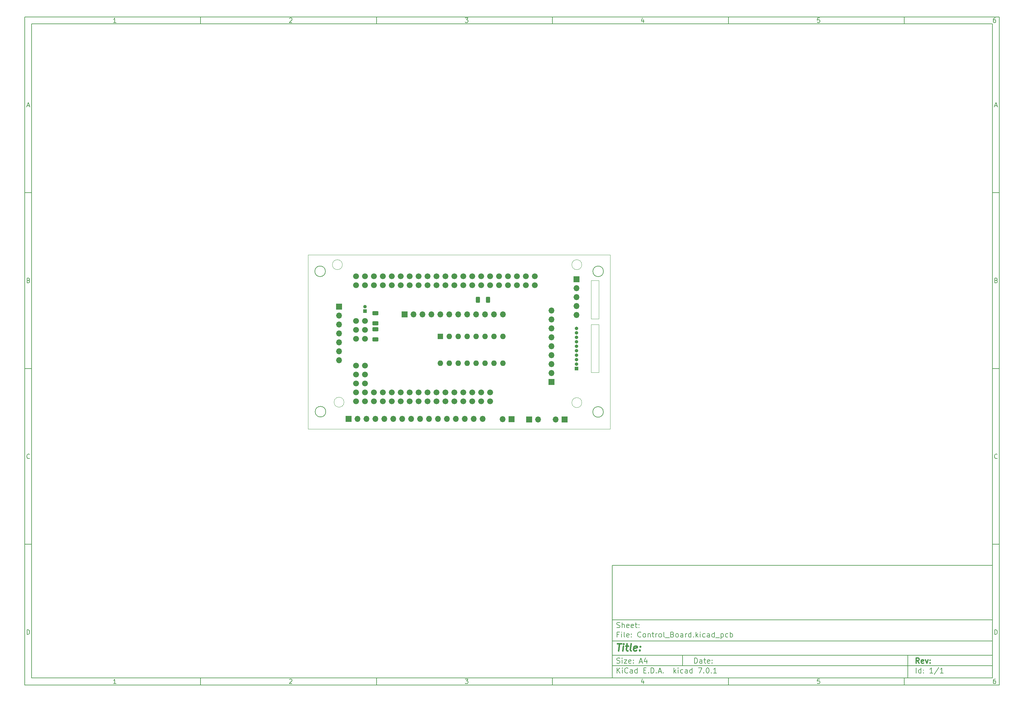
<source format=gbr>
%TF.GenerationSoftware,KiCad,Pcbnew,7.0.1*%
%TF.CreationDate,2023-11-03T16:51:15+00:00*%
%TF.ProjectId,Control_Board,436f6e74-726f-46c5-9f42-6f6172642e6b,rev?*%
%TF.SameCoordinates,Original*%
%TF.FileFunction,Soldermask,Top*%
%TF.FilePolarity,Negative*%
%FSLAX45Y45*%
G04 Gerber Fmt 4.5, Leading zero omitted, Abs format (unit mm)*
G04 Created by KiCad (PCBNEW 7.0.1) date 2023-11-03 16:51:15*
%MOMM*%
%LPD*%
G01*
G04 APERTURE LIST*
G04 Aperture macros list*
%AMRoundRect*
0 Rectangle with rounded corners*
0 $1 Rounding radius*
0 $2 $3 $4 $5 $6 $7 $8 $9 X,Y pos of 4 corners*
0 Add a 4 corners polygon primitive as box body*
4,1,4,$2,$3,$4,$5,$6,$7,$8,$9,$2,$3,0*
0 Add four circle primitives for the rounded corners*
1,1,$1+$1,$2,$3*
1,1,$1+$1,$4,$5*
1,1,$1+$1,$6,$7*
1,1,$1+$1,$8,$9*
0 Add four rect primitives between the rounded corners*
20,1,$1+$1,$2,$3,$4,$5,0*
20,1,$1+$1,$4,$5,$6,$7,0*
20,1,$1+$1,$6,$7,$8,$9,0*
20,1,$1+$1,$8,$9,$2,$3,0*%
G04 Aperture macros list end*
%ADD10C,0.100000*%
%ADD11C,0.150000*%
%ADD12C,0.300000*%
%ADD13C,0.400000*%
%ADD14RoundRect,0.250000X0.312500X0.625000X-0.312500X0.625000X-0.312500X-0.625000X0.312500X-0.625000X0*%
%ADD15RoundRect,0.250000X0.625000X-0.312500X0.625000X0.312500X-0.625000X0.312500X-0.625000X-0.312500X0*%
%ADD16R,1.700000X1.700000*%
%ADD17O,1.700000X1.700000*%
%ADD18R,1.000000X1.000000*%
%ADD19O,1.000000X1.000000*%
%ADD20C,1.676400*%
%ADD21R,1.600000X1.600000*%
%ADD22O,1.600000X1.600000*%
%TA.AperFunction,Profile*%
%ADD23C,0.200000*%
%TD*%
%TA.AperFunction,Profile*%
%ADD24C,0.100000*%
%TD*%
G04 APERTURE END LIST*
D10*
D11*
X17700220Y-16600720D02*
X28500220Y-16600720D01*
X28500220Y-19800720D01*
X17700220Y-19800720D01*
X17700220Y-16600720D01*
D10*
D11*
X1000000Y-1000000D02*
X28700220Y-1000000D01*
X28700220Y-20000720D01*
X1000000Y-20000720D01*
X1000000Y-1000000D01*
D10*
D11*
X1200000Y-1200000D02*
X28500220Y-1200000D01*
X28500220Y-19800720D01*
X1200000Y-19800720D01*
X1200000Y-1200000D01*
D10*
D11*
X6000000Y-1200000D02*
X6000000Y-1000000D01*
D10*
D11*
X11000000Y-1200000D02*
X11000000Y-1000000D01*
D10*
D11*
X16000000Y-1200000D02*
X16000000Y-1000000D01*
D10*
D11*
X21000000Y-1200000D02*
X21000000Y-1000000D01*
D10*
D11*
X26000000Y-1200000D02*
X26000000Y-1000000D01*
D10*
D11*
X3599048Y-1160140D02*
X3524762Y-1160140D01*
X3561905Y-1160140D02*
X3561905Y-1030140D01*
X3561905Y-1030140D02*
X3549524Y-1048712D01*
X3549524Y-1048712D02*
X3537143Y-1061093D01*
X3537143Y-1061093D02*
X3524762Y-1067283D01*
D10*
D11*
X8524762Y-1042521D02*
X8530952Y-1036331D01*
X8530952Y-1036331D02*
X8543333Y-1030140D01*
X8543333Y-1030140D02*
X8574286Y-1030140D01*
X8574286Y-1030140D02*
X8586667Y-1036331D01*
X8586667Y-1036331D02*
X8592857Y-1042521D01*
X8592857Y-1042521D02*
X8599048Y-1054902D01*
X8599048Y-1054902D02*
X8599048Y-1067283D01*
X8599048Y-1067283D02*
X8592857Y-1085855D01*
X8592857Y-1085855D02*
X8518571Y-1160140D01*
X8518571Y-1160140D02*
X8599048Y-1160140D01*
D10*
D11*
X13518571Y-1030140D02*
X13599048Y-1030140D01*
X13599048Y-1030140D02*
X13555714Y-1079664D01*
X13555714Y-1079664D02*
X13574286Y-1079664D01*
X13574286Y-1079664D02*
X13586667Y-1085855D01*
X13586667Y-1085855D02*
X13592857Y-1092045D01*
X13592857Y-1092045D02*
X13599048Y-1104426D01*
X13599048Y-1104426D02*
X13599048Y-1135379D01*
X13599048Y-1135379D02*
X13592857Y-1147760D01*
X13592857Y-1147760D02*
X13586667Y-1153950D01*
X13586667Y-1153950D02*
X13574286Y-1160140D01*
X13574286Y-1160140D02*
X13537143Y-1160140D01*
X13537143Y-1160140D02*
X13524762Y-1153950D01*
X13524762Y-1153950D02*
X13518571Y-1147760D01*
D10*
D11*
X18586667Y-1073474D02*
X18586667Y-1160140D01*
X18555714Y-1023950D02*
X18524762Y-1116807D01*
X18524762Y-1116807D02*
X18605238Y-1116807D01*
D10*
D11*
X23592857Y-1030140D02*
X23530952Y-1030140D01*
X23530952Y-1030140D02*
X23524762Y-1092045D01*
X23524762Y-1092045D02*
X23530952Y-1085855D01*
X23530952Y-1085855D02*
X23543333Y-1079664D01*
X23543333Y-1079664D02*
X23574286Y-1079664D01*
X23574286Y-1079664D02*
X23586667Y-1085855D01*
X23586667Y-1085855D02*
X23592857Y-1092045D01*
X23592857Y-1092045D02*
X23599048Y-1104426D01*
X23599048Y-1104426D02*
X23599048Y-1135379D01*
X23599048Y-1135379D02*
X23592857Y-1147760D01*
X23592857Y-1147760D02*
X23586667Y-1153950D01*
X23586667Y-1153950D02*
X23574286Y-1160140D01*
X23574286Y-1160140D02*
X23543333Y-1160140D01*
X23543333Y-1160140D02*
X23530952Y-1153950D01*
X23530952Y-1153950D02*
X23524762Y-1147760D01*
D10*
D11*
X28586667Y-1030140D02*
X28561905Y-1030140D01*
X28561905Y-1030140D02*
X28549524Y-1036331D01*
X28549524Y-1036331D02*
X28543333Y-1042521D01*
X28543333Y-1042521D02*
X28530952Y-1061093D01*
X28530952Y-1061093D02*
X28524762Y-1085855D01*
X28524762Y-1085855D02*
X28524762Y-1135379D01*
X28524762Y-1135379D02*
X28530952Y-1147760D01*
X28530952Y-1147760D02*
X28537143Y-1153950D01*
X28537143Y-1153950D02*
X28549524Y-1160140D01*
X28549524Y-1160140D02*
X28574286Y-1160140D01*
X28574286Y-1160140D02*
X28586667Y-1153950D01*
X28586667Y-1153950D02*
X28592857Y-1147760D01*
X28592857Y-1147760D02*
X28599048Y-1135379D01*
X28599048Y-1135379D02*
X28599048Y-1104426D01*
X28599048Y-1104426D02*
X28592857Y-1092045D01*
X28592857Y-1092045D02*
X28586667Y-1085855D01*
X28586667Y-1085855D02*
X28574286Y-1079664D01*
X28574286Y-1079664D02*
X28549524Y-1079664D01*
X28549524Y-1079664D02*
X28537143Y-1085855D01*
X28537143Y-1085855D02*
X28530952Y-1092045D01*
X28530952Y-1092045D02*
X28524762Y-1104426D01*
D10*
D11*
X6000000Y-19800720D02*
X6000000Y-20000720D01*
D10*
D11*
X11000000Y-19800720D02*
X11000000Y-20000720D01*
D10*
D11*
X16000000Y-19800720D02*
X16000000Y-20000720D01*
D10*
D11*
X21000000Y-19800720D02*
X21000000Y-20000720D01*
D10*
D11*
X26000000Y-19800720D02*
X26000000Y-20000720D01*
D10*
D11*
X3599048Y-19960860D02*
X3524762Y-19960860D01*
X3561905Y-19960860D02*
X3561905Y-19830860D01*
X3561905Y-19830860D02*
X3549524Y-19849432D01*
X3549524Y-19849432D02*
X3537143Y-19861813D01*
X3537143Y-19861813D02*
X3524762Y-19868003D01*
D10*
D11*
X8524762Y-19843241D02*
X8530952Y-19837051D01*
X8530952Y-19837051D02*
X8543333Y-19830860D01*
X8543333Y-19830860D02*
X8574286Y-19830860D01*
X8574286Y-19830860D02*
X8586667Y-19837051D01*
X8586667Y-19837051D02*
X8592857Y-19843241D01*
X8592857Y-19843241D02*
X8599048Y-19855622D01*
X8599048Y-19855622D02*
X8599048Y-19868003D01*
X8599048Y-19868003D02*
X8592857Y-19886575D01*
X8592857Y-19886575D02*
X8518571Y-19960860D01*
X8518571Y-19960860D02*
X8599048Y-19960860D01*
D10*
D11*
X13518571Y-19830860D02*
X13599048Y-19830860D01*
X13599048Y-19830860D02*
X13555714Y-19880384D01*
X13555714Y-19880384D02*
X13574286Y-19880384D01*
X13574286Y-19880384D02*
X13586667Y-19886575D01*
X13586667Y-19886575D02*
X13592857Y-19892765D01*
X13592857Y-19892765D02*
X13599048Y-19905146D01*
X13599048Y-19905146D02*
X13599048Y-19936099D01*
X13599048Y-19936099D02*
X13592857Y-19948480D01*
X13592857Y-19948480D02*
X13586667Y-19954670D01*
X13586667Y-19954670D02*
X13574286Y-19960860D01*
X13574286Y-19960860D02*
X13537143Y-19960860D01*
X13537143Y-19960860D02*
X13524762Y-19954670D01*
X13524762Y-19954670D02*
X13518571Y-19948480D01*
D10*
D11*
X18586667Y-19874194D02*
X18586667Y-19960860D01*
X18555714Y-19824670D02*
X18524762Y-19917527D01*
X18524762Y-19917527D02*
X18605238Y-19917527D01*
D10*
D11*
X23592857Y-19830860D02*
X23530952Y-19830860D01*
X23530952Y-19830860D02*
X23524762Y-19892765D01*
X23524762Y-19892765D02*
X23530952Y-19886575D01*
X23530952Y-19886575D02*
X23543333Y-19880384D01*
X23543333Y-19880384D02*
X23574286Y-19880384D01*
X23574286Y-19880384D02*
X23586667Y-19886575D01*
X23586667Y-19886575D02*
X23592857Y-19892765D01*
X23592857Y-19892765D02*
X23599048Y-19905146D01*
X23599048Y-19905146D02*
X23599048Y-19936099D01*
X23599048Y-19936099D02*
X23592857Y-19948480D01*
X23592857Y-19948480D02*
X23586667Y-19954670D01*
X23586667Y-19954670D02*
X23574286Y-19960860D01*
X23574286Y-19960860D02*
X23543333Y-19960860D01*
X23543333Y-19960860D02*
X23530952Y-19954670D01*
X23530952Y-19954670D02*
X23524762Y-19948480D01*
D10*
D11*
X28586667Y-19830860D02*
X28561905Y-19830860D01*
X28561905Y-19830860D02*
X28549524Y-19837051D01*
X28549524Y-19837051D02*
X28543333Y-19843241D01*
X28543333Y-19843241D02*
X28530952Y-19861813D01*
X28530952Y-19861813D02*
X28524762Y-19886575D01*
X28524762Y-19886575D02*
X28524762Y-19936099D01*
X28524762Y-19936099D02*
X28530952Y-19948480D01*
X28530952Y-19948480D02*
X28537143Y-19954670D01*
X28537143Y-19954670D02*
X28549524Y-19960860D01*
X28549524Y-19960860D02*
X28574286Y-19960860D01*
X28574286Y-19960860D02*
X28586667Y-19954670D01*
X28586667Y-19954670D02*
X28592857Y-19948480D01*
X28592857Y-19948480D02*
X28599048Y-19936099D01*
X28599048Y-19936099D02*
X28599048Y-19905146D01*
X28599048Y-19905146D02*
X28592857Y-19892765D01*
X28592857Y-19892765D02*
X28586667Y-19886575D01*
X28586667Y-19886575D02*
X28574286Y-19880384D01*
X28574286Y-19880384D02*
X28549524Y-19880384D01*
X28549524Y-19880384D02*
X28537143Y-19886575D01*
X28537143Y-19886575D02*
X28530952Y-19892765D01*
X28530952Y-19892765D02*
X28524762Y-19905146D01*
D10*
D11*
X1000000Y-6000000D02*
X1200000Y-6000000D01*
D10*
D11*
X1000000Y-11000000D02*
X1200000Y-11000000D01*
D10*
D11*
X1000000Y-16000000D02*
X1200000Y-16000000D01*
D10*
D11*
X1069048Y-3522998D02*
X1130952Y-3522998D01*
X1056667Y-3560140D02*
X1100000Y-3430140D01*
X1100000Y-3430140D02*
X1143333Y-3560140D01*
D10*
D11*
X1109286Y-8492045D02*
X1127857Y-8498236D01*
X1127857Y-8498236D02*
X1134048Y-8504426D01*
X1134048Y-8504426D02*
X1140238Y-8516807D01*
X1140238Y-8516807D02*
X1140238Y-8535379D01*
X1140238Y-8535379D02*
X1134048Y-8547760D01*
X1134048Y-8547760D02*
X1127857Y-8553950D01*
X1127857Y-8553950D02*
X1115476Y-8560140D01*
X1115476Y-8560140D02*
X1065952Y-8560140D01*
X1065952Y-8560140D02*
X1065952Y-8430140D01*
X1065952Y-8430140D02*
X1109286Y-8430140D01*
X1109286Y-8430140D02*
X1121667Y-8436331D01*
X1121667Y-8436331D02*
X1127857Y-8442521D01*
X1127857Y-8442521D02*
X1134048Y-8454902D01*
X1134048Y-8454902D02*
X1134048Y-8467283D01*
X1134048Y-8467283D02*
X1127857Y-8479664D01*
X1127857Y-8479664D02*
X1121667Y-8485855D01*
X1121667Y-8485855D02*
X1109286Y-8492045D01*
X1109286Y-8492045D02*
X1065952Y-8492045D01*
D10*
D11*
X1140238Y-13547759D02*
X1134048Y-13553950D01*
X1134048Y-13553950D02*
X1115476Y-13560140D01*
X1115476Y-13560140D02*
X1103095Y-13560140D01*
X1103095Y-13560140D02*
X1084524Y-13553950D01*
X1084524Y-13553950D02*
X1072143Y-13541569D01*
X1072143Y-13541569D02*
X1065952Y-13529188D01*
X1065952Y-13529188D02*
X1059762Y-13504426D01*
X1059762Y-13504426D02*
X1059762Y-13485855D01*
X1059762Y-13485855D02*
X1065952Y-13461093D01*
X1065952Y-13461093D02*
X1072143Y-13448712D01*
X1072143Y-13448712D02*
X1084524Y-13436331D01*
X1084524Y-13436331D02*
X1103095Y-13430140D01*
X1103095Y-13430140D02*
X1115476Y-13430140D01*
X1115476Y-13430140D02*
X1134048Y-13436331D01*
X1134048Y-13436331D02*
X1140238Y-13442521D01*
D10*
D11*
X1065952Y-18560140D02*
X1065952Y-18430140D01*
X1065952Y-18430140D02*
X1096905Y-18430140D01*
X1096905Y-18430140D02*
X1115476Y-18436331D01*
X1115476Y-18436331D02*
X1127857Y-18448712D01*
X1127857Y-18448712D02*
X1134048Y-18461093D01*
X1134048Y-18461093D02*
X1140238Y-18485855D01*
X1140238Y-18485855D02*
X1140238Y-18504426D01*
X1140238Y-18504426D02*
X1134048Y-18529188D01*
X1134048Y-18529188D02*
X1127857Y-18541569D01*
X1127857Y-18541569D02*
X1115476Y-18553950D01*
X1115476Y-18553950D02*
X1096905Y-18560140D01*
X1096905Y-18560140D02*
X1065952Y-18560140D01*
D10*
D11*
X28700220Y-6000000D02*
X28500220Y-6000000D01*
D10*
D11*
X28700220Y-11000000D02*
X28500220Y-11000000D01*
D10*
D11*
X28700220Y-16000000D02*
X28500220Y-16000000D01*
D10*
D11*
X28569268Y-3522998D02*
X28631172Y-3522998D01*
X28556887Y-3560140D02*
X28600220Y-3430140D01*
X28600220Y-3430140D02*
X28643553Y-3560140D01*
D10*
D11*
X28609506Y-8492045D02*
X28628077Y-8498236D01*
X28628077Y-8498236D02*
X28634268Y-8504426D01*
X28634268Y-8504426D02*
X28640458Y-8516807D01*
X28640458Y-8516807D02*
X28640458Y-8535379D01*
X28640458Y-8535379D02*
X28634268Y-8547760D01*
X28634268Y-8547760D02*
X28628077Y-8553950D01*
X28628077Y-8553950D02*
X28615696Y-8560140D01*
X28615696Y-8560140D02*
X28566172Y-8560140D01*
X28566172Y-8560140D02*
X28566172Y-8430140D01*
X28566172Y-8430140D02*
X28609506Y-8430140D01*
X28609506Y-8430140D02*
X28621887Y-8436331D01*
X28621887Y-8436331D02*
X28628077Y-8442521D01*
X28628077Y-8442521D02*
X28634268Y-8454902D01*
X28634268Y-8454902D02*
X28634268Y-8467283D01*
X28634268Y-8467283D02*
X28628077Y-8479664D01*
X28628077Y-8479664D02*
X28621887Y-8485855D01*
X28621887Y-8485855D02*
X28609506Y-8492045D01*
X28609506Y-8492045D02*
X28566172Y-8492045D01*
D10*
D11*
X28640458Y-13547759D02*
X28634268Y-13553950D01*
X28634268Y-13553950D02*
X28615696Y-13560140D01*
X28615696Y-13560140D02*
X28603315Y-13560140D01*
X28603315Y-13560140D02*
X28584744Y-13553950D01*
X28584744Y-13553950D02*
X28572363Y-13541569D01*
X28572363Y-13541569D02*
X28566172Y-13529188D01*
X28566172Y-13529188D02*
X28559982Y-13504426D01*
X28559982Y-13504426D02*
X28559982Y-13485855D01*
X28559982Y-13485855D02*
X28566172Y-13461093D01*
X28566172Y-13461093D02*
X28572363Y-13448712D01*
X28572363Y-13448712D02*
X28584744Y-13436331D01*
X28584744Y-13436331D02*
X28603315Y-13430140D01*
X28603315Y-13430140D02*
X28615696Y-13430140D01*
X28615696Y-13430140D02*
X28634268Y-13436331D01*
X28634268Y-13436331D02*
X28640458Y-13442521D01*
D10*
D11*
X28566172Y-18560140D02*
X28566172Y-18430140D01*
X28566172Y-18430140D02*
X28597125Y-18430140D01*
X28597125Y-18430140D02*
X28615696Y-18436331D01*
X28615696Y-18436331D02*
X28628077Y-18448712D01*
X28628077Y-18448712D02*
X28634268Y-18461093D01*
X28634268Y-18461093D02*
X28640458Y-18485855D01*
X28640458Y-18485855D02*
X28640458Y-18504426D01*
X28640458Y-18504426D02*
X28634268Y-18529188D01*
X28634268Y-18529188D02*
X28628077Y-18541569D01*
X28628077Y-18541569D02*
X28615696Y-18553950D01*
X28615696Y-18553950D02*
X28597125Y-18560140D01*
X28597125Y-18560140D02*
X28566172Y-18560140D01*
D10*
D11*
X20035934Y-19380113D02*
X20035934Y-19230113D01*
X20035934Y-19230113D02*
X20071649Y-19230113D01*
X20071649Y-19230113D02*
X20093077Y-19237256D01*
X20093077Y-19237256D02*
X20107363Y-19251541D01*
X20107363Y-19251541D02*
X20114506Y-19265827D01*
X20114506Y-19265827D02*
X20121649Y-19294399D01*
X20121649Y-19294399D02*
X20121649Y-19315827D01*
X20121649Y-19315827D02*
X20114506Y-19344399D01*
X20114506Y-19344399D02*
X20107363Y-19358684D01*
X20107363Y-19358684D02*
X20093077Y-19372970D01*
X20093077Y-19372970D02*
X20071649Y-19380113D01*
X20071649Y-19380113D02*
X20035934Y-19380113D01*
X20250220Y-19380113D02*
X20250220Y-19301541D01*
X20250220Y-19301541D02*
X20243077Y-19287256D01*
X20243077Y-19287256D02*
X20228791Y-19280113D01*
X20228791Y-19280113D02*
X20200220Y-19280113D01*
X20200220Y-19280113D02*
X20185934Y-19287256D01*
X20250220Y-19372970D02*
X20235934Y-19380113D01*
X20235934Y-19380113D02*
X20200220Y-19380113D01*
X20200220Y-19380113D02*
X20185934Y-19372970D01*
X20185934Y-19372970D02*
X20178791Y-19358684D01*
X20178791Y-19358684D02*
X20178791Y-19344399D01*
X20178791Y-19344399D02*
X20185934Y-19330113D01*
X20185934Y-19330113D02*
X20200220Y-19322970D01*
X20200220Y-19322970D02*
X20235934Y-19322970D01*
X20235934Y-19322970D02*
X20250220Y-19315827D01*
X20300220Y-19280113D02*
X20357363Y-19280113D01*
X20321649Y-19230113D02*
X20321649Y-19358684D01*
X20321649Y-19358684D02*
X20328791Y-19372970D01*
X20328791Y-19372970D02*
X20343077Y-19380113D01*
X20343077Y-19380113D02*
X20357363Y-19380113D01*
X20464506Y-19372970D02*
X20450220Y-19380113D01*
X20450220Y-19380113D02*
X20421649Y-19380113D01*
X20421649Y-19380113D02*
X20407363Y-19372970D01*
X20407363Y-19372970D02*
X20400220Y-19358684D01*
X20400220Y-19358684D02*
X20400220Y-19301541D01*
X20400220Y-19301541D02*
X20407363Y-19287256D01*
X20407363Y-19287256D02*
X20421649Y-19280113D01*
X20421649Y-19280113D02*
X20450220Y-19280113D01*
X20450220Y-19280113D02*
X20464506Y-19287256D01*
X20464506Y-19287256D02*
X20471649Y-19301541D01*
X20471649Y-19301541D02*
X20471649Y-19315827D01*
X20471649Y-19315827D02*
X20400220Y-19330113D01*
X20535934Y-19365827D02*
X20543077Y-19372970D01*
X20543077Y-19372970D02*
X20535934Y-19380113D01*
X20535934Y-19380113D02*
X20528791Y-19372970D01*
X20528791Y-19372970D02*
X20535934Y-19365827D01*
X20535934Y-19365827D02*
X20535934Y-19380113D01*
X20535934Y-19287256D02*
X20543077Y-19294399D01*
X20543077Y-19294399D02*
X20535934Y-19301541D01*
X20535934Y-19301541D02*
X20528791Y-19294399D01*
X20528791Y-19294399D02*
X20535934Y-19287256D01*
X20535934Y-19287256D02*
X20535934Y-19301541D01*
D10*
D11*
X17700220Y-19450720D02*
X28500220Y-19450720D01*
D10*
D11*
X17835934Y-19660113D02*
X17835934Y-19510113D01*
X17921649Y-19660113D02*
X17857363Y-19574399D01*
X17921649Y-19510113D02*
X17835934Y-19595827D01*
X17985934Y-19660113D02*
X17985934Y-19560113D01*
X17985934Y-19510113D02*
X17978791Y-19517256D01*
X17978791Y-19517256D02*
X17985934Y-19524399D01*
X17985934Y-19524399D02*
X17993077Y-19517256D01*
X17993077Y-19517256D02*
X17985934Y-19510113D01*
X17985934Y-19510113D02*
X17985934Y-19524399D01*
X18143077Y-19645827D02*
X18135934Y-19652970D01*
X18135934Y-19652970D02*
X18114506Y-19660113D01*
X18114506Y-19660113D02*
X18100220Y-19660113D01*
X18100220Y-19660113D02*
X18078791Y-19652970D01*
X18078791Y-19652970D02*
X18064506Y-19638684D01*
X18064506Y-19638684D02*
X18057363Y-19624399D01*
X18057363Y-19624399D02*
X18050220Y-19595827D01*
X18050220Y-19595827D02*
X18050220Y-19574399D01*
X18050220Y-19574399D02*
X18057363Y-19545827D01*
X18057363Y-19545827D02*
X18064506Y-19531541D01*
X18064506Y-19531541D02*
X18078791Y-19517256D01*
X18078791Y-19517256D02*
X18100220Y-19510113D01*
X18100220Y-19510113D02*
X18114506Y-19510113D01*
X18114506Y-19510113D02*
X18135934Y-19517256D01*
X18135934Y-19517256D02*
X18143077Y-19524399D01*
X18271649Y-19660113D02*
X18271649Y-19581541D01*
X18271649Y-19581541D02*
X18264506Y-19567256D01*
X18264506Y-19567256D02*
X18250220Y-19560113D01*
X18250220Y-19560113D02*
X18221649Y-19560113D01*
X18221649Y-19560113D02*
X18207363Y-19567256D01*
X18271649Y-19652970D02*
X18257363Y-19660113D01*
X18257363Y-19660113D02*
X18221649Y-19660113D01*
X18221649Y-19660113D02*
X18207363Y-19652970D01*
X18207363Y-19652970D02*
X18200220Y-19638684D01*
X18200220Y-19638684D02*
X18200220Y-19624399D01*
X18200220Y-19624399D02*
X18207363Y-19610113D01*
X18207363Y-19610113D02*
X18221649Y-19602970D01*
X18221649Y-19602970D02*
X18257363Y-19602970D01*
X18257363Y-19602970D02*
X18271649Y-19595827D01*
X18407363Y-19660113D02*
X18407363Y-19510113D01*
X18407363Y-19652970D02*
X18393077Y-19660113D01*
X18393077Y-19660113D02*
X18364506Y-19660113D01*
X18364506Y-19660113D02*
X18350220Y-19652970D01*
X18350220Y-19652970D02*
X18343077Y-19645827D01*
X18343077Y-19645827D02*
X18335934Y-19631541D01*
X18335934Y-19631541D02*
X18335934Y-19588684D01*
X18335934Y-19588684D02*
X18343077Y-19574399D01*
X18343077Y-19574399D02*
X18350220Y-19567256D01*
X18350220Y-19567256D02*
X18364506Y-19560113D01*
X18364506Y-19560113D02*
X18393077Y-19560113D01*
X18393077Y-19560113D02*
X18407363Y-19567256D01*
X18593077Y-19581541D02*
X18643077Y-19581541D01*
X18664506Y-19660113D02*
X18593077Y-19660113D01*
X18593077Y-19660113D02*
X18593077Y-19510113D01*
X18593077Y-19510113D02*
X18664506Y-19510113D01*
X18728791Y-19645827D02*
X18735934Y-19652970D01*
X18735934Y-19652970D02*
X18728791Y-19660113D01*
X18728791Y-19660113D02*
X18721649Y-19652970D01*
X18721649Y-19652970D02*
X18728791Y-19645827D01*
X18728791Y-19645827D02*
X18728791Y-19660113D01*
X18800220Y-19660113D02*
X18800220Y-19510113D01*
X18800220Y-19510113D02*
X18835934Y-19510113D01*
X18835934Y-19510113D02*
X18857363Y-19517256D01*
X18857363Y-19517256D02*
X18871649Y-19531541D01*
X18871649Y-19531541D02*
X18878792Y-19545827D01*
X18878792Y-19545827D02*
X18885934Y-19574399D01*
X18885934Y-19574399D02*
X18885934Y-19595827D01*
X18885934Y-19595827D02*
X18878792Y-19624399D01*
X18878792Y-19624399D02*
X18871649Y-19638684D01*
X18871649Y-19638684D02*
X18857363Y-19652970D01*
X18857363Y-19652970D02*
X18835934Y-19660113D01*
X18835934Y-19660113D02*
X18800220Y-19660113D01*
X18950220Y-19645827D02*
X18957363Y-19652970D01*
X18957363Y-19652970D02*
X18950220Y-19660113D01*
X18950220Y-19660113D02*
X18943077Y-19652970D01*
X18943077Y-19652970D02*
X18950220Y-19645827D01*
X18950220Y-19645827D02*
X18950220Y-19660113D01*
X19014506Y-19617256D02*
X19085934Y-19617256D01*
X19000220Y-19660113D02*
X19050220Y-19510113D01*
X19050220Y-19510113D02*
X19100220Y-19660113D01*
X19150220Y-19645827D02*
X19157363Y-19652970D01*
X19157363Y-19652970D02*
X19150220Y-19660113D01*
X19150220Y-19660113D02*
X19143077Y-19652970D01*
X19143077Y-19652970D02*
X19150220Y-19645827D01*
X19150220Y-19645827D02*
X19150220Y-19660113D01*
X19450220Y-19660113D02*
X19450220Y-19510113D01*
X19464506Y-19602970D02*
X19507363Y-19660113D01*
X19507363Y-19560113D02*
X19450220Y-19617256D01*
X19571649Y-19660113D02*
X19571649Y-19560113D01*
X19571649Y-19510113D02*
X19564506Y-19517256D01*
X19564506Y-19517256D02*
X19571649Y-19524399D01*
X19571649Y-19524399D02*
X19578792Y-19517256D01*
X19578792Y-19517256D02*
X19571649Y-19510113D01*
X19571649Y-19510113D02*
X19571649Y-19524399D01*
X19707363Y-19652970D02*
X19693077Y-19660113D01*
X19693077Y-19660113D02*
X19664506Y-19660113D01*
X19664506Y-19660113D02*
X19650220Y-19652970D01*
X19650220Y-19652970D02*
X19643077Y-19645827D01*
X19643077Y-19645827D02*
X19635934Y-19631541D01*
X19635934Y-19631541D02*
X19635934Y-19588684D01*
X19635934Y-19588684D02*
X19643077Y-19574399D01*
X19643077Y-19574399D02*
X19650220Y-19567256D01*
X19650220Y-19567256D02*
X19664506Y-19560113D01*
X19664506Y-19560113D02*
X19693077Y-19560113D01*
X19693077Y-19560113D02*
X19707363Y-19567256D01*
X19835934Y-19660113D02*
X19835934Y-19581541D01*
X19835934Y-19581541D02*
X19828792Y-19567256D01*
X19828792Y-19567256D02*
X19814506Y-19560113D01*
X19814506Y-19560113D02*
X19785934Y-19560113D01*
X19785934Y-19560113D02*
X19771649Y-19567256D01*
X19835934Y-19652970D02*
X19821649Y-19660113D01*
X19821649Y-19660113D02*
X19785934Y-19660113D01*
X19785934Y-19660113D02*
X19771649Y-19652970D01*
X19771649Y-19652970D02*
X19764506Y-19638684D01*
X19764506Y-19638684D02*
X19764506Y-19624399D01*
X19764506Y-19624399D02*
X19771649Y-19610113D01*
X19771649Y-19610113D02*
X19785934Y-19602970D01*
X19785934Y-19602970D02*
X19821649Y-19602970D01*
X19821649Y-19602970D02*
X19835934Y-19595827D01*
X19971649Y-19660113D02*
X19971649Y-19510113D01*
X19971649Y-19652970D02*
X19957363Y-19660113D01*
X19957363Y-19660113D02*
X19928792Y-19660113D01*
X19928792Y-19660113D02*
X19914506Y-19652970D01*
X19914506Y-19652970D02*
X19907363Y-19645827D01*
X19907363Y-19645827D02*
X19900220Y-19631541D01*
X19900220Y-19631541D02*
X19900220Y-19588684D01*
X19900220Y-19588684D02*
X19907363Y-19574399D01*
X19907363Y-19574399D02*
X19914506Y-19567256D01*
X19914506Y-19567256D02*
X19928792Y-19560113D01*
X19928792Y-19560113D02*
X19957363Y-19560113D01*
X19957363Y-19560113D02*
X19971649Y-19567256D01*
X20143077Y-19510113D02*
X20243077Y-19510113D01*
X20243077Y-19510113D02*
X20178792Y-19660113D01*
X20300220Y-19645827D02*
X20307363Y-19652970D01*
X20307363Y-19652970D02*
X20300220Y-19660113D01*
X20300220Y-19660113D02*
X20293077Y-19652970D01*
X20293077Y-19652970D02*
X20300220Y-19645827D01*
X20300220Y-19645827D02*
X20300220Y-19660113D01*
X20400220Y-19510113D02*
X20414506Y-19510113D01*
X20414506Y-19510113D02*
X20428792Y-19517256D01*
X20428792Y-19517256D02*
X20435934Y-19524399D01*
X20435934Y-19524399D02*
X20443077Y-19538684D01*
X20443077Y-19538684D02*
X20450220Y-19567256D01*
X20450220Y-19567256D02*
X20450220Y-19602970D01*
X20450220Y-19602970D02*
X20443077Y-19631541D01*
X20443077Y-19631541D02*
X20435934Y-19645827D01*
X20435934Y-19645827D02*
X20428792Y-19652970D01*
X20428792Y-19652970D02*
X20414506Y-19660113D01*
X20414506Y-19660113D02*
X20400220Y-19660113D01*
X20400220Y-19660113D02*
X20385934Y-19652970D01*
X20385934Y-19652970D02*
X20378792Y-19645827D01*
X20378792Y-19645827D02*
X20371649Y-19631541D01*
X20371649Y-19631541D02*
X20364506Y-19602970D01*
X20364506Y-19602970D02*
X20364506Y-19567256D01*
X20364506Y-19567256D02*
X20371649Y-19538684D01*
X20371649Y-19538684D02*
X20378792Y-19524399D01*
X20378792Y-19524399D02*
X20385934Y-19517256D01*
X20385934Y-19517256D02*
X20400220Y-19510113D01*
X20514506Y-19645827D02*
X20521649Y-19652970D01*
X20521649Y-19652970D02*
X20514506Y-19660113D01*
X20514506Y-19660113D02*
X20507363Y-19652970D01*
X20507363Y-19652970D02*
X20514506Y-19645827D01*
X20514506Y-19645827D02*
X20514506Y-19660113D01*
X20664506Y-19660113D02*
X20578792Y-19660113D01*
X20621649Y-19660113D02*
X20621649Y-19510113D01*
X20621649Y-19510113D02*
X20607363Y-19531541D01*
X20607363Y-19531541D02*
X20593077Y-19545827D01*
X20593077Y-19545827D02*
X20578792Y-19552970D01*
D10*
D11*
X17700220Y-19150720D02*
X28500220Y-19150720D01*
D10*
D12*
X26421648Y-19380113D02*
X26371648Y-19308684D01*
X26335934Y-19380113D02*
X26335934Y-19230113D01*
X26335934Y-19230113D02*
X26393077Y-19230113D01*
X26393077Y-19230113D02*
X26407363Y-19237256D01*
X26407363Y-19237256D02*
X26414506Y-19244399D01*
X26414506Y-19244399D02*
X26421648Y-19258684D01*
X26421648Y-19258684D02*
X26421648Y-19280113D01*
X26421648Y-19280113D02*
X26414506Y-19294399D01*
X26414506Y-19294399D02*
X26407363Y-19301541D01*
X26407363Y-19301541D02*
X26393077Y-19308684D01*
X26393077Y-19308684D02*
X26335934Y-19308684D01*
X26543077Y-19372970D02*
X26528791Y-19380113D01*
X26528791Y-19380113D02*
X26500220Y-19380113D01*
X26500220Y-19380113D02*
X26485934Y-19372970D01*
X26485934Y-19372970D02*
X26478791Y-19358684D01*
X26478791Y-19358684D02*
X26478791Y-19301541D01*
X26478791Y-19301541D02*
X26485934Y-19287256D01*
X26485934Y-19287256D02*
X26500220Y-19280113D01*
X26500220Y-19280113D02*
X26528791Y-19280113D01*
X26528791Y-19280113D02*
X26543077Y-19287256D01*
X26543077Y-19287256D02*
X26550220Y-19301541D01*
X26550220Y-19301541D02*
X26550220Y-19315827D01*
X26550220Y-19315827D02*
X26478791Y-19330113D01*
X26600220Y-19280113D02*
X26635934Y-19380113D01*
X26635934Y-19380113D02*
X26671648Y-19280113D01*
X26728791Y-19365827D02*
X26735934Y-19372970D01*
X26735934Y-19372970D02*
X26728791Y-19380113D01*
X26728791Y-19380113D02*
X26721648Y-19372970D01*
X26721648Y-19372970D02*
X26728791Y-19365827D01*
X26728791Y-19365827D02*
X26728791Y-19380113D01*
X26728791Y-19287256D02*
X26735934Y-19294399D01*
X26735934Y-19294399D02*
X26728791Y-19301541D01*
X26728791Y-19301541D02*
X26721648Y-19294399D01*
X26721648Y-19294399D02*
X26728791Y-19287256D01*
X26728791Y-19287256D02*
X26728791Y-19301541D01*
D10*
D11*
X17828791Y-19372970D02*
X17850220Y-19380113D01*
X17850220Y-19380113D02*
X17885934Y-19380113D01*
X17885934Y-19380113D02*
X17900220Y-19372970D01*
X17900220Y-19372970D02*
X17907363Y-19365827D01*
X17907363Y-19365827D02*
X17914506Y-19351541D01*
X17914506Y-19351541D02*
X17914506Y-19337256D01*
X17914506Y-19337256D02*
X17907363Y-19322970D01*
X17907363Y-19322970D02*
X17900220Y-19315827D01*
X17900220Y-19315827D02*
X17885934Y-19308684D01*
X17885934Y-19308684D02*
X17857363Y-19301541D01*
X17857363Y-19301541D02*
X17843077Y-19294399D01*
X17843077Y-19294399D02*
X17835934Y-19287256D01*
X17835934Y-19287256D02*
X17828791Y-19272970D01*
X17828791Y-19272970D02*
X17828791Y-19258684D01*
X17828791Y-19258684D02*
X17835934Y-19244399D01*
X17835934Y-19244399D02*
X17843077Y-19237256D01*
X17843077Y-19237256D02*
X17857363Y-19230113D01*
X17857363Y-19230113D02*
X17893077Y-19230113D01*
X17893077Y-19230113D02*
X17914506Y-19237256D01*
X17978791Y-19380113D02*
X17978791Y-19280113D01*
X17978791Y-19230113D02*
X17971649Y-19237256D01*
X17971649Y-19237256D02*
X17978791Y-19244399D01*
X17978791Y-19244399D02*
X17985934Y-19237256D01*
X17985934Y-19237256D02*
X17978791Y-19230113D01*
X17978791Y-19230113D02*
X17978791Y-19244399D01*
X18035934Y-19280113D02*
X18114506Y-19280113D01*
X18114506Y-19280113D02*
X18035934Y-19380113D01*
X18035934Y-19380113D02*
X18114506Y-19380113D01*
X18228791Y-19372970D02*
X18214506Y-19380113D01*
X18214506Y-19380113D02*
X18185934Y-19380113D01*
X18185934Y-19380113D02*
X18171649Y-19372970D01*
X18171649Y-19372970D02*
X18164506Y-19358684D01*
X18164506Y-19358684D02*
X18164506Y-19301541D01*
X18164506Y-19301541D02*
X18171649Y-19287256D01*
X18171649Y-19287256D02*
X18185934Y-19280113D01*
X18185934Y-19280113D02*
X18214506Y-19280113D01*
X18214506Y-19280113D02*
X18228791Y-19287256D01*
X18228791Y-19287256D02*
X18235934Y-19301541D01*
X18235934Y-19301541D02*
X18235934Y-19315827D01*
X18235934Y-19315827D02*
X18164506Y-19330113D01*
X18300220Y-19365827D02*
X18307363Y-19372970D01*
X18307363Y-19372970D02*
X18300220Y-19380113D01*
X18300220Y-19380113D02*
X18293077Y-19372970D01*
X18293077Y-19372970D02*
X18300220Y-19365827D01*
X18300220Y-19365827D02*
X18300220Y-19380113D01*
X18300220Y-19287256D02*
X18307363Y-19294399D01*
X18307363Y-19294399D02*
X18300220Y-19301541D01*
X18300220Y-19301541D02*
X18293077Y-19294399D01*
X18293077Y-19294399D02*
X18300220Y-19287256D01*
X18300220Y-19287256D02*
X18300220Y-19301541D01*
X18478791Y-19337256D02*
X18550220Y-19337256D01*
X18464506Y-19380113D02*
X18514506Y-19230113D01*
X18514506Y-19230113D02*
X18564506Y-19380113D01*
X18678791Y-19280113D02*
X18678791Y-19380113D01*
X18643077Y-19222970D02*
X18607363Y-19330113D01*
X18607363Y-19330113D02*
X18700220Y-19330113D01*
D10*
D11*
X26335934Y-19660113D02*
X26335934Y-19510113D01*
X26471649Y-19660113D02*
X26471649Y-19510113D01*
X26471649Y-19652970D02*
X26457363Y-19660113D01*
X26457363Y-19660113D02*
X26428791Y-19660113D01*
X26428791Y-19660113D02*
X26414506Y-19652970D01*
X26414506Y-19652970D02*
X26407363Y-19645827D01*
X26407363Y-19645827D02*
X26400220Y-19631541D01*
X26400220Y-19631541D02*
X26400220Y-19588684D01*
X26400220Y-19588684D02*
X26407363Y-19574399D01*
X26407363Y-19574399D02*
X26414506Y-19567256D01*
X26414506Y-19567256D02*
X26428791Y-19560113D01*
X26428791Y-19560113D02*
X26457363Y-19560113D01*
X26457363Y-19560113D02*
X26471649Y-19567256D01*
X26543077Y-19645827D02*
X26550220Y-19652970D01*
X26550220Y-19652970D02*
X26543077Y-19660113D01*
X26543077Y-19660113D02*
X26535934Y-19652970D01*
X26535934Y-19652970D02*
X26543077Y-19645827D01*
X26543077Y-19645827D02*
X26543077Y-19660113D01*
X26543077Y-19567256D02*
X26550220Y-19574399D01*
X26550220Y-19574399D02*
X26543077Y-19581541D01*
X26543077Y-19581541D02*
X26535934Y-19574399D01*
X26535934Y-19574399D02*
X26543077Y-19567256D01*
X26543077Y-19567256D02*
X26543077Y-19581541D01*
X26807363Y-19660113D02*
X26721649Y-19660113D01*
X26764506Y-19660113D02*
X26764506Y-19510113D01*
X26764506Y-19510113D02*
X26750220Y-19531541D01*
X26750220Y-19531541D02*
X26735934Y-19545827D01*
X26735934Y-19545827D02*
X26721649Y-19552970D01*
X26978791Y-19502970D02*
X26850220Y-19695827D01*
X27107363Y-19660113D02*
X27021649Y-19660113D01*
X27064506Y-19660113D02*
X27064506Y-19510113D01*
X27064506Y-19510113D02*
X27050220Y-19531541D01*
X27050220Y-19531541D02*
X27035934Y-19545827D01*
X27035934Y-19545827D02*
X27021649Y-19552970D01*
D10*
D11*
X17700220Y-18750720D02*
X28500220Y-18750720D01*
D10*
D13*
X17843077Y-18823244D02*
X17957363Y-18823244D01*
X17875220Y-19023244D02*
X17900220Y-18823244D01*
X17997839Y-19023244D02*
X18014506Y-18889910D01*
X18022839Y-18823244D02*
X18012125Y-18832768D01*
X18012125Y-18832768D02*
X18020458Y-18842291D01*
X18020458Y-18842291D02*
X18031172Y-18832768D01*
X18031172Y-18832768D02*
X18022839Y-18823244D01*
X18022839Y-18823244D02*
X18020458Y-18842291D01*
X18079982Y-18889910D02*
X18156172Y-18889910D01*
X18116887Y-18823244D02*
X18095458Y-18994672D01*
X18095458Y-18994672D02*
X18102601Y-19013720D01*
X18102601Y-19013720D02*
X18120458Y-19023244D01*
X18120458Y-19023244D02*
X18139506Y-19023244D01*
X18233553Y-19023244D02*
X18215696Y-19013720D01*
X18215696Y-19013720D02*
X18208553Y-18994672D01*
X18208553Y-18994672D02*
X18229982Y-18823244D01*
X18385934Y-19013720D02*
X18365696Y-19023244D01*
X18365696Y-19023244D02*
X18327601Y-19023244D01*
X18327601Y-19023244D02*
X18309744Y-19013720D01*
X18309744Y-19013720D02*
X18302601Y-18994672D01*
X18302601Y-18994672D02*
X18312125Y-18918482D01*
X18312125Y-18918482D02*
X18324029Y-18899434D01*
X18324029Y-18899434D02*
X18344268Y-18889910D01*
X18344268Y-18889910D02*
X18382363Y-18889910D01*
X18382363Y-18889910D02*
X18400220Y-18899434D01*
X18400220Y-18899434D02*
X18407363Y-18918482D01*
X18407363Y-18918482D02*
X18404982Y-18937530D01*
X18404982Y-18937530D02*
X18307363Y-18956577D01*
X18481172Y-19004196D02*
X18489506Y-19013720D01*
X18489506Y-19013720D02*
X18478791Y-19023244D01*
X18478791Y-19023244D02*
X18470458Y-19013720D01*
X18470458Y-19013720D02*
X18481172Y-19004196D01*
X18481172Y-19004196D02*
X18478791Y-19023244D01*
X18494268Y-18899434D02*
X18502601Y-18908958D01*
X18502601Y-18908958D02*
X18491887Y-18918482D01*
X18491887Y-18918482D02*
X18483553Y-18908958D01*
X18483553Y-18908958D02*
X18494268Y-18899434D01*
X18494268Y-18899434D02*
X18491887Y-18918482D01*
D10*
D11*
X17885934Y-18561541D02*
X17835934Y-18561541D01*
X17835934Y-18640113D02*
X17835934Y-18490113D01*
X17835934Y-18490113D02*
X17907363Y-18490113D01*
X17964506Y-18640113D02*
X17964506Y-18540113D01*
X17964506Y-18490113D02*
X17957363Y-18497256D01*
X17957363Y-18497256D02*
X17964506Y-18504399D01*
X17964506Y-18504399D02*
X17971649Y-18497256D01*
X17971649Y-18497256D02*
X17964506Y-18490113D01*
X17964506Y-18490113D02*
X17964506Y-18504399D01*
X18057363Y-18640113D02*
X18043077Y-18632970D01*
X18043077Y-18632970D02*
X18035934Y-18618684D01*
X18035934Y-18618684D02*
X18035934Y-18490113D01*
X18171649Y-18632970D02*
X18157363Y-18640113D01*
X18157363Y-18640113D02*
X18128791Y-18640113D01*
X18128791Y-18640113D02*
X18114506Y-18632970D01*
X18114506Y-18632970D02*
X18107363Y-18618684D01*
X18107363Y-18618684D02*
X18107363Y-18561541D01*
X18107363Y-18561541D02*
X18114506Y-18547256D01*
X18114506Y-18547256D02*
X18128791Y-18540113D01*
X18128791Y-18540113D02*
X18157363Y-18540113D01*
X18157363Y-18540113D02*
X18171649Y-18547256D01*
X18171649Y-18547256D02*
X18178791Y-18561541D01*
X18178791Y-18561541D02*
X18178791Y-18575827D01*
X18178791Y-18575827D02*
X18107363Y-18590113D01*
X18243077Y-18625827D02*
X18250220Y-18632970D01*
X18250220Y-18632970D02*
X18243077Y-18640113D01*
X18243077Y-18640113D02*
X18235934Y-18632970D01*
X18235934Y-18632970D02*
X18243077Y-18625827D01*
X18243077Y-18625827D02*
X18243077Y-18640113D01*
X18243077Y-18547256D02*
X18250220Y-18554399D01*
X18250220Y-18554399D02*
X18243077Y-18561541D01*
X18243077Y-18561541D02*
X18235934Y-18554399D01*
X18235934Y-18554399D02*
X18243077Y-18547256D01*
X18243077Y-18547256D02*
X18243077Y-18561541D01*
X18514506Y-18625827D02*
X18507363Y-18632970D01*
X18507363Y-18632970D02*
X18485934Y-18640113D01*
X18485934Y-18640113D02*
X18471649Y-18640113D01*
X18471649Y-18640113D02*
X18450220Y-18632970D01*
X18450220Y-18632970D02*
X18435934Y-18618684D01*
X18435934Y-18618684D02*
X18428791Y-18604399D01*
X18428791Y-18604399D02*
X18421649Y-18575827D01*
X18421649Y-18575827D02*
X18421649Y-18554399D01*
X18421649Y-18554399D02*
X18428791Y-18525827D01*
X18428791Y-18525827D02*
X18435934Y-18511541D01*
X18435934Y-18511541D02*
X18450220Y-18497256D01*
X18450220Y-18497256D02*
X18471649Y-18490113D01*
X18471649Y-18490113D02*
X18485934Y-18490113D01*
X18485934Y-18490113D02*
X18507363Y-18497256D01*
X18507363Y-18497256D02*
X18514506Y-18504399D01*
X18600220Y-18640113D02*
X18585934Y-18632970D01*
X18585934Y-18632970D02*
X18578791Y-18625827D01*
X18578791Y-18625827D02*
X18571649Y-18611541D01*
X18571649Y-18611541D02*
X18571649Y-18568684D01*
X18571649Y-18568684D02*
X18578791Y-18554399D01*
X18578791Y-18554399D02*
X18585934Y-18547256D01*
X18585934Y-18547256D02*
X18600220Y-18540113D01*
X18600220Y-18540113D02*
X18621649Y-18540113D01*
X18621649Y-18540113D02*
X18635934Y-18547256D01*
X18635934Y-18547256D02*
X18643077Y-18554399D01*
X18643077Y-18554399D02*
X18650220Y-18568684D01*
X18650220Y-18568684D02*
X18650220Y-18611541D01*
X18650220Y-18611541D02*
X18643077Y-18625827D01*
X18643077Y-18625827D02*
X18635934Y-18632970D01*
X18635934Y-18632970D02*
X18621649Y-18640113D01*
X18621649Y-18640113D02*
X18600220Y-18640113D01*
X18714506Y-18540113D02*
X18714506Y-18640113D01*
X18714506Y-18554399D02*
X18721649Y-18547256D01*
X18721649Y-18547256D02*
X18735934Y-18540113D01*
X18735934Y-18540113D02*
X18757363Y-18540113D01*
X18757363Y-18540113D02*
X18771649Y-18547256D01*
X18771649Y-18547256D02*
X18778791Y-18561541D01*
X18778791Y-18561541D02*
X18778791Y-18640113D01*
X18828791Y-18540113D02*
X18885934Y-18540113D01*
X18850220Y-18490113D02*
X18850220Y-18618684D01*
X18850220Y-18618684D02*
X18857363Y-18632970D01*
X18857363Y-18632970D02*
X18871649Y-18640113D01*
X18871649Y-18640113D02*
X18885934Y-18640113D01*
X18935934Y-18640113D02*
X18935934Y-18540113D01*
X18935934Y-18568684D02*
X18943077Y-18554399D01*
X18943077Y-18554399D02*
X18950220Y-18547256D01*
X18950220Y-18547256D02*
X18964506Y-18540113D01*
X18964506Y-18540113D02*
X18978791Y-18540113D01*
X19050220Y-18640113D02*
X19035934Y-18632970D01*
X19035934Y-18632970D02*
X19028791Y-18625827D01*
X19028791Y-18625827D02*
X19021649Y-18611541D01*
X19021649Y-18611541D02*
X19021649Y-18568684D01*
X19021649Y-18568684D02*
X19028791Y-18554399D01*
X19028791Y-18554399D02*
X19035934Y-18547256D01*
X19035934Y-18547256D02*
X19050220Y-18540113D01*
X19050220Y-18540113D02*
X19071649Y-18540113D01*
X19071649Y-18540113D02*
X19085934Y-18547256D01*
X19085934Y-18547256D02*
X19093077Y-18554399D01*
X19093077Y-18554399D02*
X19100220Y-18568684D01*
X19100220Y-18568684D02*
X19100220Y-18611541D01*
X19100220Y-18611541D02*
X19093077Y-18625827D01*
X19093077Y-18625827D02*
X19085934Y-18632970D01*
X19085934Y-18632970D02*
X19071649Y-18640113D01*
X19071649Y-18640113D02*
X19050220Y-18640113D01*
X19185934Y-18640113D02*
X19171649Y-18632970D01*
X19171649Y-18632970D02*
X19164506Y-18618684D01*
X19164506Y-18618684D02*
X19164506Y-18490113D01*
X19207363Y-18654399D02*
X19321649Y-18654399D01*
X19407363Y-18561541D02*
X19428791Y-18568684D01*
X19428791Y-18568684D02*
X19435934Y-18575827D01*
X19435934Y-18575827D02*
X19443077Y-18590113D01*
X19443077Y-18590113D02*
X19443077Y-18611541D01*
X19443077Y-18611541D02*
X19435934Y-18625827D01*
X19435934Y-18625827D02*
X19428791Y-18632970D01*
X19428791Y-18632970D02*
X19414506Y-18640113D01*
X19414506Y-18640113D02*
X19357363Y-18640113D01*
X19357363Y-18640113D02*
X19357363Y-18490113D01*
X19357363Y-18490113D02*
X19407363Y-18490113D01*
X19407363Y-18490113D02*
X19421649Y-18497256D01*
X19421649Y-18497256D02*
X19428791Y-18504399D01*
X19428791Y-18504399D02*
X19435934Y-18518684D01*
X19435934Y-18518684D02*
X19435934Y-18532970D01*
X19435934Y-18532970D02*
X19428791Y-18547256D01*
X19428791Y-18547256D02*
X19421649Y-18554399D01*
X19421649Y-18554399D02*
X19407363Y-18561541D01*
X19407363Y-18561541D02*
X19357363Y-18561541D01*
X19528791Y-18640113D02*
X19514506Y-18632970D01*
X19514506Y-18632970D02*
X19507363Y-18625827D01*
X19507363Y-18625827D02*
X19500220Y-18611541D01*
X19500220Y-18611541D02*
X19500220Y-18568684D01*
X19500220Y-18568684D02*
X19507363Y-18554399D01*
X19507363Y-18554399D02*
X19514506Y-18547256D01*
X19514506Y-18547256D02*
X19528791Y-18540113D01*
X19528791Y-18540113D02*
X19550220Y-18540113D01*
X19550220Y-18540113D02*
X19564506Y-18547256D01*
X19564506Y-18547256D02*
X19571649Y-18554399D01*
X19571649Y-18554399D02*
X19578791Y-18568684D01*
X19578791Y-18568684D02*
X19578791Y-18611541D01*
X19578791Y-18611541D02*
X19571649Y-18625827D01*
X19571649Y-18625827D02*
X19564506Y-18632970D01*
X19564506Y-18632970D02*
X19550220Y-18640113D01*
X19550220Y-18640113D02*
X19528791Y-18640113D01*
X19707363Y-18640113D02*
X19707363Y-18561541D01*
X19707363Y-18561541D02*
X19700220Y-18547256D01*
X19700220Y-18547256D02*
X19685934Y-18540113D01*
X19685934Y-18540113D02*
X19657363Y-18540113D01*
X19657363Y-18540113D02*
X19643077Y-18547256D01*
X19707363Y-18632970D02*
X19693077Y-18640113D01*
X19693077Y-18640113D02*
X19657363Y-18640113D01*
X19657363Y-18640113D02*
X19643077Y-18632970D01*
X19643077Y-18632970D02*
X19635934Y-18618684D01*
X19635934Y-18618684D02*
X19635934Y-18604399D01*
X19635934Y-18604399D02*
X19643077Y-18590113D01*
X19643077Y-18590113D02*
X19657363Y-18582970D01*
X19657363Y-18582970D02*
X19693077Y-18582970D01*
X19693077Y-18582970D02*
X19707363Y-18575827D01*
X19778791Y-18640113D02*
X19778791Y-18540113D01*
X19778791Y-18568684D02*
X19785934Y-18554399D01*
X19785934Y-18554399D02*
X19793077Y-18547256D01*
X19793077Y-18547256D02*
X19807363Y-18540113D01*
X19807363Y-18540113D02*
X19821649Y-18540113D01*
X19935934Y-18640113D02*
X19935934Y-18490113D01*
X19935934Y-18632970D02*
X19921648Y-18640113D01*
X19921648Y-18640113D02*
X19893077Y-18640113D01*
X19893077Y-18640113D02*
X19878791Y-18632970D01*
X19878791Y-18632970D02*
X19871648Y-18625827D01*
X19871648Y-18625827D02*
X19864506Y-18611541D01*
X19864506Y-18611541D02*
X19864506Y-18568684D01*
X19864506Y-18568684D02*
X19871648Y-18554399D01*
X19871648Y-18554399D02*
X19878791Y-18547256D01*
X19878791Y-18547256D02*
X19893077Y-18540113D01*
X19893077Y-18540113D02*
X19921648Y-18540113D01*
X19921648Y-18540113D02*
X19935934Y-18547256D01*
X20007363Y-18625827D02*
X20014506Y-18632970D01*
X20014506Y-18632970D02*
X20007363Y-18640113D01*
X20007363Y-18640113D02*
X20000220Y-18632970D01*
X20000220Y-18632970D02*
X20007363Y-18625827D01*
X20007363Y-18625827D02*
X20007363Y-18640113D01*
X20078791Y-18640113D02*
X20078791Y-18490113D01*
X20093077Y-18582970D02*
X20135934Y-18640113D01*
X20135934Y-18540113D02*
X20078791Y-18597256D01*
X20200220Y-18640113D02*
X20200220Y-18540113D01*
X20200220Y-18490113D02*
X20193077Y-18497256D01*
X20193077Y-18497256D02*
X20200220Y-18504399D01*
X20200220Y-18504399D02*
X20207363Y-18497256D01*
X20207363Y-18497256D02*
X20200220Y-18490113D01*
X20200220Y-18490113D02*
X20200220Y-18504399D01*
X20335934Y-18632970D02*
X20321649Y-18640113D01*
X20321649Y-18640113D02*
X20293077Y-18640113D01*
X20293077Y-18640113D02*
X20278791Y-18632970D01*
X20278791Y-18632970D02*
X20271649Y-18625827D01*
X20271649Y-18625827D02*
X20264506Y-18611541D01*
X20264506Y-18611541D02*
X20264506Y-18568684D01*
X20264506Y-18568684D02*
X20271649Y-18554399D01*
X20271649Y-18554399D02*
X20278791Y-18547256D01*
X20278791Y-18547256D02*
X20293077Y-18540113D01*
X20293077Y-18540113D02*
X20321649Y-18540113D01*
X20321649Y-18540113D02*
X20335934Y-18547256D01*
X20464506Y-18640113D02*
X20464506Y-18561541D01*
X20464506Y-18561541D02*
X20457363Y-18547256D01*
X20457363Y-18547256D02*
X20443077Y-18540113D01*
X20443077Y-18540113D02*
X20414506Y-18540113D01*
X20414506Y-18540113D02*
X20400220Y-18547256D01*
X20464506Y-18632970D02*
X20450220Y-18640113D01*
X20450220Y-18640113D02*
X20414506Y-18640113D01*
X20414506Y-18640113D02*
X20400220Y-18632970D01*
X20400220Y-18632970D02*
X20393077Y-18618684D01*
X20393077Y-18618684D02*
X20393077Y-18604399D01*
X20393077Y-18604399D02*
X20400220Y-18590113D01*
X20400220Y-18590113D02*
X20414506Y-18582970D01*
X20414506Y-18582970D02*
X20450220Y-18582970D01*
X20450220Y-18582970D02*
X20464506Y-18575827D01*
X20600220Y-18640113D02*
X20600220Y-18490113D01*
X20600220Y-18632970D02*
X20585934Y-18640113D01*
X20585934Y-18640113D02*
X20557363Y-18640113D01*
X20557363Y-18640113D02*
X20543077Y-18632970D01*
X20543077Y-18632970D02*
X20535934Y-18625827D01*
X20535934Y-18625827D02*
X20528791Y-18611541D01*
X20528791Y-18611541D02*
X20528791Y-18568684D01*
X20528791Y-18568684D02*
X20535934Y-18554399D01*
X20535934Y-18554399D02*
X20543077Y-18547256D01*
X20543077Y-18547256D02*
X20557363Y-18540113D01*
X20557363Y-18540113D02*
X20585934Y-18540113D01*
X20585934Y-18540113D02*
X20600220Y-18547256D01*
X20635934Y-18654399D02*
X20750220Y-18654399D01*
X20785934Y-18540113D02*
X20785934Y-18690113D01*
X20785934Y-18547256D02*
X20800220Y-18540113D01*
X20800220Y-18540113D02*
X20828791Y-18540113D01*
X20828791Y-18540113D02*
X20843077Y-18547256D01*
X20843077Y-18547256D02*
X20850220Y-18554399D01*
X20850220Y-18554399D02*
X20857363Y-18568684D01*
X20857363Y-18568684D02*
X20857363Y-18611541D01*
X20857363Y-18611541D02*
X20850220Y-18625827D01*
X20850220Y-18625827D02*
X20843077Y-18632970D01*
X20843077Y-18632970D02*
X20828791Y-18640113D01*
X20828791Y-18640113D02*
X20800220Y-18640113D01*
X20800220Y-18640113D02*
X20785934Y-18632970D01*
X20985934Y-18632970D02*
X20971649Y-18640113D01*
X20971649Y-18640113D02*
X20943077Y-18640113D01*
X20943077Y-18640113D02*
X20928791Y-18632970D01*
X20928791Y-18632970D02*
X20921649Y-18625827D01*
X20921649Y-18625827D02*
X20914506Y-18611541D01*
X20914506Y-18611541D02*
X20914506Y-18568684D01*
X20914506Y-18568684D02*
X20921649Y-18554399D01*
X20921649Y-18554399D02*
X20928791Y-18547256D01*
X20928791Y-18547256D02*
X20943077Y-18540113D01*
X20943077Y-18540113D02*
X20971649Y-18540113D01*
X20971649Y-18540113D02*
X20985934Y-18547256D01*
X21050220Y-18640113D02*
X21050220Y-18490113D01*
X21050220Y-18547256D02*
X21064506Y-18540113D01*
X21064506Y-18540113D02*
X21093077Y-18540113D01*
X21093077Y-18540113D02*
X21107363Y-18547256D01*
X21107363Y-18547256D02*
X21114506Y-18554399D01*
X21114506Y-18554399D02*
X21121649Y-18568684D01*
X21121649Y-18568684D02*
X21121649Y-18611541D01*
X21121649Y-18611541D02*
X21114506Y-18625827D01*
X21114506Y-18625827D02*
X21107363Y-18632970D01*
X21107363Y-18632970D02*
X21093077Y-18640113D01*
X21093077Y-18640113D02*
X21064506Y-18640113D01*
X21064506Y-18640113D02*
X21050220Y-18632970D01*
D10*
D11*
X17700220Y-18150720D02*
X28500220Y-18150720D01*
D10*
D11*
X17828791Y-18362970D02*
X17850220Y-18370113D01*
X17850220Y-18370113D02*
X17885934Y-18370113D01*
X17885934Y-18370113D02*
X17900220Y-18362970D01*
X17900220Y-18362970D02*
X17907363Y-18355827D01*
X17907363Y-18355827D02*
X17914506Y-18341541D01*
X17914506Y-18341541D02*
X17914506Y-18327256D01*
X17914506Y-18327256D02*
X17907363Y-18312970D01*
X17907363Y-18312970D02*
X17900220Y-18305827D01*
X17900220Y-18305827D02*
X17885934Y-18298684D01*
X17885934Y-18298684D02*
X17857363Y-18291541D01*
X17857363Y-18291541D02*
X17843077Y-18284399D01*
X17843077Y-18284399D02*
X17835934Y-18277256D01*
X17835934Y-18277256D02*
X17828791Y-18262970D01*
X17828791Y-18262970D02*
X17828791Y-18248684D01*
X17828791Y-18248684D02*
X17835934Y-18234399D01*
X17835934Y-18234399D02*
X17843077Y-18227256D01*
X17843077Y-18227256D02*
X17857363Y-18220113D01*
X17857363Y-18220113D02*
X17893077Y-18220113D01*
X17893077Y-18220113D02*
X17914506Y-18227256D01*
X17978791Y-18370113D02*
X17978791Y-18220113D01*
X18043077Y-18370113D02*
X18043077Y-18291541D01*
X18043077Y-18291541D02*
X18035934Y-18277256D01*
X18035934Y-18277256D02*
X18021649Y-18270113D01*
X18021649Y-18270113D02*
X18000220Y-18270113D01*
X18000220Y-18270113D02*
X17985934Y-18277256D01*
X17985934Y-18277256D02*
X17978791Y-18284399D01*
X18171649Y-18362970D02*
X18157363Y-18370113D01*
X18157363Y-18370113D02*
X18128791Y-18370113D01*
X18128791Y-18370113D02*
X18114506Y-18362970D01*
X18114506Y-18362970D02*
X18107363Y-18348684D01*
X18107363Y-18348684D02*
X18107363Y-18291541D01*
X18107363Y-18291541D02*
X18114506Y-18277256D01*
X18114506Y-18277256D02*
X18128791Y-18270113D01*
X18128791Y-18270113D02*
X18157363Y-18270113D01*
X18157363Y-18270113D02*
X18171649Y-18277256D01*
X18171649Y-18277256D02*
X18178791Y-18291541D01*
X18178791Y-18291541D02*
X18178791Y-18305827D01*
X18178791Y-18305827D02*
X18107363Y-18320113D01*
X18300220Y-18362970D02*
X18285934Y-18370113D01*
X18285934Y-18370113D02*
X18257363Y-18370113D01*
X18257363Y-18370113D02*
X18243077Y-18362970D01*
X18243077Y-18362970D02*
X18235934Y-18348684D01*
X18235934Y-18348684D02*
X18235934Y-18291541D01*
X18235934Y-18291541D02*
X18243077Y-18277256D01*
X18243077Y-18277256D02*
X18257363Y-18270113D01*
X18257363Y-18270113D02*
X18285934Y-18270113D01*
X18285934Y-18270113D02*
X18300220Y-18277256D01*
X18300220Y-18277256D02*
X18307363Y-18291541D01*
X18307363Y-18291541D02*
X18307363Y-18305827D01*
X18307363Y-18305827D02*
X18235934Y-18320113D01*
X18350220Y-18270113D02*
X18407363Y-18270113D01*
X18371648Y-18220113D02*
X18371648Y-18348684D01*
X18371648Y-18348684D02*
X18378791Y-18362970D01*
X18378791Y-18362970D02*
X18393077Y-18370113D01*
X18393077Y-18370113D02*
X18407363Y-18370113D01*
X18457363Y-18355827D02*
X18464506Y-18362970D01*
X18464506Y-18362970D02*
X18457363Y-18370113D01*
X18457363Y-18370113D02*
X18450220Y-18362970D01*
X18450220Y-18362970D02*
X18457363Y-18355827D01*
X18457363Y-18355827D02*
X18457363Y-18370113D01*
X18457363Y-18277256D02*
X18464506Y-18284399D01*
X18464506Y-18284399D02*
X18457363Y-18291541D01*
X18457363Y-18291541D02*
X18450220Y-18284399D01*
X18450220Y-18284399D02*
X18457363Y-18277256D01*
X18457363Y-18277256D02*
X18457363Y-18291541D01*
D10*
D12*
D10*
D11*
D10*
D11*
D10*
D11*
D10*
D11*
D10*
D11*
X19700220Y-19150720D02*
X19700220Y-19450720D01*
D10*
D11*
X26100220Y-19150720D02*
X26100220Y-19800720D01*
D14*
%TO.C,R13*%
X14171000Y-9042000D03*
X13878500Y-9042000D03*
%TD*%
D15*
%TO.C,R1*%
X10967500Y-10172500D03*
X10967500Y-9880000D03*
%TD*%
D16*
%TO.C,J7*%
X10208000Y-12434000D03*
D17*
X10462000Y-12434000D03*
X10716000Y-12434000D03*
X10970000Y-12434000D03*
X11224000Y-12434000D03*
X11478000Y-12434000D03*
X11732000Y-12434000D03*
X11986000Y-12434000D03*
X12240000Y-12434000D03*
X12494000Y-12434000D03*
X12748000Y-12434000D03*
X13002000Y-12434000D03*
X13256000Y-12434000D03*
X13510000Y-12434000D03*
X13764000Y-12434000D03*
X14018000Y-12434000D03*
%TD*%
D15*
%TO.C,R2*%
X10965000Y-9715000D03*
X10965000Y-9422500D03*
%TD*%
D16*
%TO.C,J3*%
X11795000Y-9457500D03*
D17*
X12049000Y-9457500D03*
X12303000Y-9457500D03*
X12557000Y-9457500D03*
X12811000Y-9457500D03*
X13065000Y-9457500D03*
X13319000Y-9457500D03*
X13573000Y-9457500D03*
X13827000Y-9457500D03*
X14081000Y-9457500D03*
X14335000Y-9457500D03*
X14589000Y-9457500D03*
%TD*%
D16*
%TO.C,J1*%
X9938468Y-9239500D03*
D17*
X9938468Y-9493500D03*
X9938468Y-9747500D03*
X9938468Y-10001500D03*
X9938468Y-10255500D03*
X9938468Y-10509500D03*
X9938468Y-10763500D03*
%TD*%
D16*
%TO.C,J9*%
X15969000Y-11386000D03*
D17*
X15969000Y-11132000D03*
X15969000Y-10878000D03*
X15969000Y-10624000D03*
X15969000Y-10370000D03*
X15969000Y-10116000D03*
X15969000Y-9862000D03*
X15969000Y-9608000D03*
X15969000Y-9354000D03*
%TD*%
D18*
%TO.C,J2*%
X10667500Y-9365000D03*
D19*
X10667500Y-9238000D03*
%TD*%
D20*
%TO.C,U1*%
X14731468Y-8374000D03*
X14731468Y-8628000D03*
X14985468Y-8374000D03*
X14985468Y-8628000D03*
X10413468Y-10152000D03*
X14223468Y-11930000D03*
X14223468Y-11676000D03*
X13969468Y-11930000D03*
X13969468Y-11676000D03*
X13715468Y-11930000D03*
X13715468Y-11676000D03*
X13461468Y-11930000D03*
X13461468Y-11676000D03*
X13207468Y-11930000D03*
X13207468Y-11676000D03*
X12953468Y-11930000D03*
X12953468Y-11676000D03*
X12699468Y-11930000D03*
X12699468Y-11676000D03*
X12445468Y-11930000D03*
X12445468Y-11676000D03*
X14477468Y-8628000D03*
X13969468Y-8628000D03*
X13969468Y-8374000D03*
X13715468Y-8628000D03*
X13715468Y-8374000D03*
X13461468Y-8628000D03*
X13461468Y-8374000D03*
X13207468Y-8628000D03*
X13207468Y-8374000D03*
X12953468Y-8628000D03*
X12953468Y-8374000D03*
X12699468Y-8628000D03*
X12699468Y-8374000D03*
X12445468Y-8628000D03*
X12445468Y-8374000D03*
X12191468Y-8628000D03*
X12191468Y-8374000D03*
X11937468Y-8628000D03*
X11937468Y-8374000D03*
X11683468Y-8628000D03*
X11683468Y-8374000D03*
X11429468Y-8628000D03*
X11429468Y-8374000D03*
X11175468Y-8628000D03*
X11175468Y-8374000D03*
X10921468Y-8628000D03*
X10921468Y-8374000D03*
X10667468Y-8628000D03*
X10667468Y-8374000D03*
X10413468Y-8628000D03*
X10413468Y-8374000D03*
X12191468Y-11930000D03*
X12191468Y-11676000D03*
X11937468Y-11930000D03*
X11937468Y-11676000D03*
X11683468Y-11930000D03*
X11683468Y-11676000D03*
X11429468Y-11930000D03*
X11429468Y-11676000D03*
X11175468Y-11930000D03*
X11175468Y-11676000D03*
X10921468Y-11930000D03*
X10921468Y-11676000D03*
X10667468Y-11930000D03*
X10667468Y-11676000D03*
X10413468Y-11930000D03*
X10413468Y-11676000D03*
X10413468Y-11422000D03*
X10667468Y-11422000D03*
X10413468Y-11168000D03*
X10667468Y-11168000D03*
X10413468Y-10914000D03*
X10667468Y-10914000D03*
X15239468Y-8374000D03*
X15239468Y-8628000D03*
X10413468Y-9644000D03*
X10667468Y-10152000D03*
X10413468Y-9898000D03*
X10667468Y-9644000D03*
X14477468Y-8374000D03*
X14223468Y-8628000D03*
X10667468Y-9898000D03*
X14223468Y-8374000D03*
X15493468Y-8374000D03*
X15493468Y-8628000D03*
%TD*%
D21*
%TO.C,U3*%
X12813000Y-10090000D03*
D22*
X13067000Y-10090000D03*
X13321000Y-10090000D03*
X13575000Y-10090000D03*
X13829000Y-10090000D03*
X14083000Y-10090000D03*
X14337000Y-10090000D03*
X14591000Y-10090000D03*
X14591000Y-10852000D03*
X14337000Y-10852000D03*
X14083000Y-10852000D03*
X13829000Y-10852000D03*
X13575000Y-10852000D03*
X13321000Y-10852000D03*
X13067000Y-10852000D03*
X12813000Y-10852000D03*
%TD*%
D16*
%TO.C,J8*%
X16680000Y-8465000D03*
D17*
X16680000Y-8719000D03*
X16680000Y-8973000D03*
X16680000Y-9227000D03*
X16680000Y-9481000D03*
%TD*%
D16*
%TO.C,SW1*%
X14840000Y-12441000D03*
D17*
X14586000Y-12441000D03*
%TD*%
D16*
%TO.C,J5*%
X15334000Y-12445000D03*
D17*
X15588000Y-12445000D03*
%TD*%
D16*
%TO.C,J6*%
X16341500Y-12450000D03*
D17*
X16087500Y-12450000D03*
%TD*%
D18*
%TO.C,J4*%
X16686000Y-10998000D03*
D19*
X16686000Y-10871000D03*
X16686000Y-10744000D03*
X16686000Y-10617000D03*
X16686000Y-10490000D03*
X16686000Y-10363000D03*
X16686000Y-10236000D03*
X16686000Y-10109000D03*
X16686000Y-9982000D03*
X16686000Y-9855000D03*
%TD*%
D23*
X17448541Y-8236000D02*
G75*
G03*
X17448541Y-8236000I-150541J0D01*
G01*
D24*
X17099000Y-8498000D02*
X17317000Y-8498000D01*
X17317000Y-9587000D01*
X17099000Y-9587000D01*
X17099000Y-8498000D01*
X16832500Y-8047000D02*
G75*
G03*
X16832500Y-8047000I-141532J0D01*
G01*
X10029032Y-8047000D02*
G75*
G03*
X10029032Y-8047000I-141532J0D01*
G01*
D23*
X9557541Y-12227000D02*
G75*
G03*
X9557541Y-12227000I-150541J0D01*
G01*
D24*
X17096000Y-9749000D02*
X17314000Y-9749000D01*
X17314000Y-11111000D01*
X17096000Y-11111000D01*
X17096000Y-9749000D01*
D23*
X9546541Y-8235000D02*
G75*
G03*
X9546541Y-8235000I-150541J0D01*
G01*
X17445541Y-12234000D02*
G75*
G03*
X17445541Y-12234000I-150541J0D01*
G01*
D24*
X10075000Y-11957000D02*
G75*
G03*
X10075000Y-11957000I-141532J0D01*
G01*
X16833000Y-11969500D02*
G75*
G03*
X16833000Y-11969500I-141532J0D01*
G01*
X9056000Y-7769500D02*
X17641000Y-7769500D01*
X17641000Y-12719500D01*
X9056000Y-12719500D01*
X9056000Y-7769500D01*
M02*

</source>
